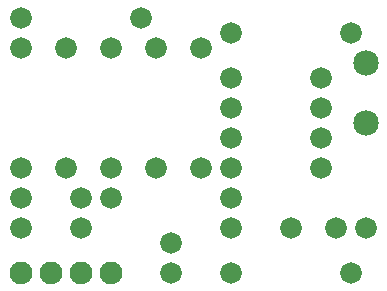
<source format=gbr>
G75*
%MOIN*%
%OFA0B0*%
%FSLAX25Y25*%
%IPPOS*%
%LPD*%
%AMOC8*
5,1,8,0,0,1.08239X$1,22.5*
%
%ADD10C,0.07200*%
%ADD11C,0.08500*%
%ADD12C,0.07600*%
D10*
X0013667Y0035080D03*
X0013667Y0045080D03*
X0013667Y0055080D03*
X0028667Y0055080D03*
X0033667Y0045080D03*
X0043667Y0045080D03*
X0043667Y0055080D03*
X0058667Y0055080D03*
X0073667Y0055080D03*
X0083667Y0055080D03*
X0083667Y0065080D03*
X0083667Y0075080D03*
X0083667Y0085080D03*
X0073667Y0095080D03*
X0083667Y0100080D03*
X0058667Y0095080D03*
X0053667Y0105080D03*
X0043667Y0095080D03*
X0028667Y0095080D03*
X0013667Y0095080D03*
X0013667Y0105080D03*
X0083667Y0045080D03*
X0083667Y0035080D03*
X0103667Y0035080D03*
X0118667Y0035080D03*
X0128667Y0035080D03*
X0123667Y0020080D03*
X0083667Y0020080D03*
X0063667Y0020080D03*
X0063667Y0030080D03*
X0033667Y0035080D03*
X0113667Y0055080D03*
X0113667Y0065080D03*
X0113667Y0075080D03*
X0113667Y0085080D03*
X0123667Y0100080D03*
D11*
X0128667Y0090080D03*
X0128667Y0070080D03*
D12*
X0013667Y0020080D03*
X0023667Y0020080D03*
X0033667Y0020080D03*
X0043667Y0020080D03*
M02*

</source>
